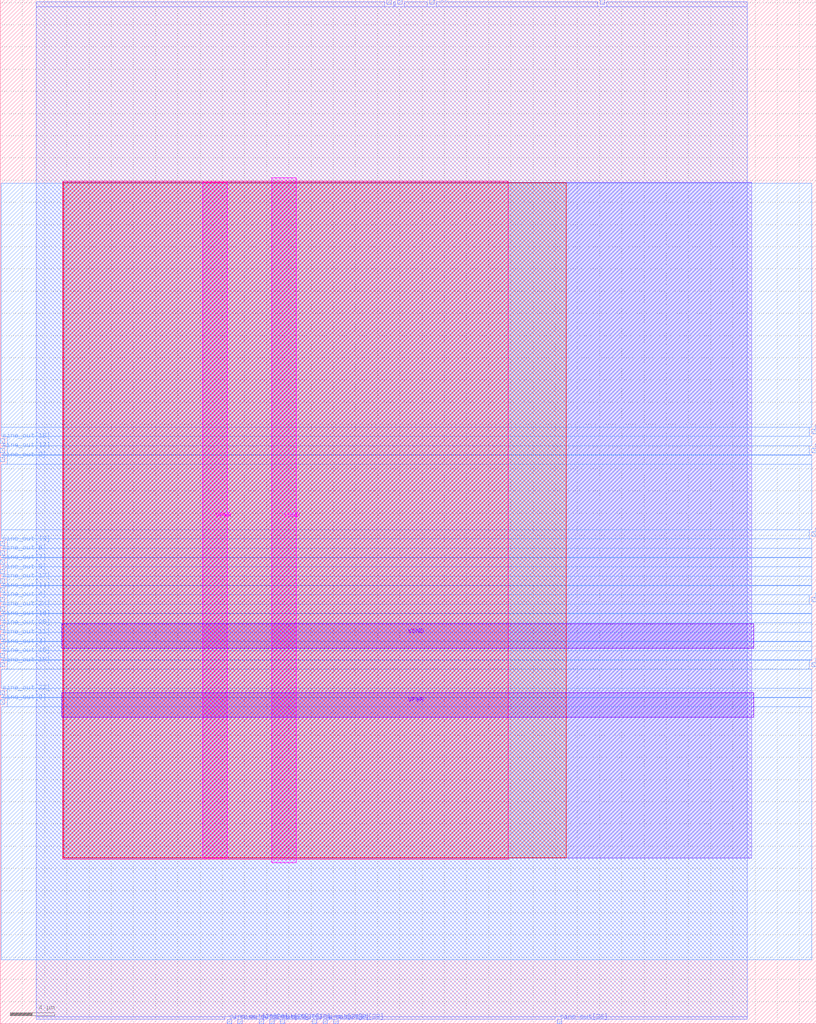
<source format=lef>
VERSION 5.7 ;
  NOWIREEXTENSIONATPIN ON ;
  DIVIDERCHAR "/" ;
  BUSBITCHARS "[]" ;
MACRO DigitalSine
  CLASS BLOCK ;
  FOREIGN DigitalSine ;
  ORIGIN 0.000 0.000 ;
  SIZE 73.510 BY 92.230 ;
  PIN VGND
    DIRECTION INOUT ;
    USE GROUND ;
    PORT
      LAYER TopMetal1 ;
        RECT 24.460 14.490 26.660 76.230 ;
    END
    PORT
      LAYER TopMetal2 ;
        RECT 5.540 33.820 67.900 36.020 ;
    END
  END VGND
  PIN VPWR
    DIRECTION INOUT ;
    USE POWER ;
    PORT
      LAYER TopMetal1 ;
        RECT 18.260 14.900 20.460 75.820 ;
    END
    PORT
      LAYER TopMetal2 ;
        RECT 5.540 27.620 67.900 29.820 ;
    END
  END VPWR
  PIN clk
    DIRECTION INPUT ;
    USE SIGNAL ;
    ANTENNAGATEAREA 0.725400 ;
    PORT
      LAYER Metal3 ;
        RECT 73.110 53.140 73.510 53.540 ;
    END
  END clk
  PIN rst
    DIRECTION INPUT ;
    USE SIGNAL ;
    ANTENNAGATEAREA 0.180700 ;
    PORT
      LAYER Metal2 ;
        RECT 54.040 91.830 54.440 92.230 ;
    END
  END rst
  PIN sign
    DIRECTION OUTPUT ;
    USE SIGNAL ;
    ANTENNADIFFAREA 0.708600 ;
    PORT
      LAYER Metal2 ;
        RECT 38.680 91.830 39.080 92.230 ;
    END
  END sign
  PIN signB
    DIRECTION OUTPUT ;
    USE SIGNAL ;
    ANTENNADIFFAREA 0.708600 ;
    PORT
      LAYER Metal2 ;
        RECT 34.840 91.830 35.240 92.230 ;
    END
  END signB
  PIN sine_out[0]
    DIRECTION OUTPUT ;
    USE SIGNAL ;
    ANTENNADIFFAREA 0.708600 ;
    PORT
      LAYER Metal3 ;
        RECT 73.110 32.140 73.510 32.540 ;
    END
  END sine_out[0]
  PIN sine_out[10]
    DIRECTION OUTPUT ;
    USE SIGNAL ;
    ANTENNADIFFAREA 0.708600 ;
    PORT
      LAYER Metal3 ;
        RECT 0.000 32.140 0.400 32.540 ;
    END
  END sine_out[10]
  PIN sine_out[11]
    DIRECTION OUTPUT ;
    USE SIGNAL ;
    ANTENNADIFFAREA 0.708600 ;
    PORT
      LAYER Metal3 ;
        RECT 0.000 34.660 0.400 35.060 ;
    END
  END sine_out[11]
  PIN sine_out[12]
    DIRECTION OUTPUT ;
    USE SIGNAL ;
    ANTENNADIFFAREA 0.708600 ;
    PORT
      LAYER Metal3 ;
        RECT 0.000 51.460 0.400 51.860 ;
    END
  END sine_out[12]
  PIN sine_out[13]
    DIRECTION OUTPUT ;
    USE SIGNAL ;
    ANTENNADIFFAREA 0.708600 ;
    PORT
      LAYER Metal3 ;
        RECT 0.000 43.060 0.400 43.460 ;
    END
  END sine_out[13]
  PIN sine_out[14]
    DIRECTION OUTPUT ;
    USE SIGNAL ;
    ANTENNADIFFAREA 0.708600 ;
    PORT
      LAYER Metal3 ;
        RECT 0.000 38.860 0.400 39.260 ;
    END
  END sine_out[14]
  PIN sine_out[15]
    DIRECTION OUTPUT ;
    USE SIGNAL ;
    ANTENNADIFFAREA 0.708600 ;
    PORT
      LAYER Metal3 ;
        RECT 0.000 32.980 0.400 33.380 ;
    END
  END sine_out[15]
  PIN sine_out[16]
    DIRECTION OUTPUT ;
    USE SIGNAL ;
    ANTENNADIFFAREA 0.708600 ;
    PORT
      LAYER Metal3 ;
        RECT 0.000 36.340 0.400 36.740 ;
    END
  END sine_out[16]
  PIN sine_out[17]
    DIRECTION OUTPUT ;
    USE SIGNAL ;
    ANTENNADIFFAREA 0.708600 ;
    PORT
      LAYER Metal3 ;
        RECT 0.000 39.700 0.400 40.100 ;
    END
  END sine_out[17]
  PIN sine_out[18]
    DIRECTION OUTPUT ;
    USE SIGNAL ;
    ANTENNADIFFAREA 0.708600 ;
    PORT
      LAYER Metal3 ;
        RECT 0.000 52.300 0.400 52.700 ;
    END
  END sine_out[18]
  PIN sine_out[19]
    DIRECTION OUTPUT ;
    USE SIGNAL ;
    ANTENNADIFFAREA 0.708600 ;
    PORT
      LAYER Metal3 ;
        RECT 73.110 43.900 73.510 44.300 ;
    END
  END sine_out[19]
  PIN sine_out[1]
    DIRECTION OUTPUT ;
    USE SIGNAL ;
    ANTENNADIFFAREA 0.708600 ;
    PORT
      LAYER Metal3 ;
        RECT 73.110 38.020 73.510 38.420 ;
    END
  END sine_out[1]
  PIN sine_out[20]
    DIRECTION OUTPUT ;
    USE SIGNAL ;
    ANTENNADIFFAREA 0.708600 ;
    PORT
      LAYER Metal2 ;
        RECT 21.400 0.000 21.800 0.400 ;
    END
  END sine_out[20]
  PIN sine_out[21]
    DIRECTION OUTPUT ;
    USE SIGNAL ;
    ANTENNADIFFAREA 0.708600 ;
    PORT
      LAYER Metal2 ;
        RECT 20.440 0.000 20.840 0.400 ;
    END
  END sine_out[21]
  PIN sine_out[22]
    DIRECTION OUTPUT ;
    USE SIGNAL ;
    ANTENNADIFFAREA 0.708600 ;
    PORT
      LAYER Metal3 ;
        RECT 0.000 29.620 0.400 30.020 ;
    END
  END sine_out[22]
  PIN sine_out[23]
    DIRECTION OUTPUT ;
    USE SIGNAL ;
    ANTENNADIFFAREA 0.708600 ;
    PORT
      LAYER Metal3 ;
        RECT 73.110 51.460 73.510 51.860 ;
    END
  END sine_out[23]
  PIN sine_out[24]
    DIRECTION OUTPUT ;
    USE SIGNAL ;
    ANTENNADIFFAREA 0.708600 ;
    PORT
      LAYER Metal3 ;
        RECT 0.000 37.180 0.400 37.580 ;
    END
  END sine_out[24]
  PIN sine_out[25]
    DIRECTION OUTPUT ;
    USE SIGNAL ;
    ANTENNADIFFAREA 0.708600 ;
    PORT
      LAYER Metal3 ;
        RECT 0.000 35.500 0.400 35.900 ;
    END
  END sine_out[25]
  PIN sine_out[26]
    DIRECTION OUTPUT ;
    USE SIGNAL ;
    ANTENNADIFFAREA 0.708600 ;
    PORT
      LAYER Metal2 ;
        RECT 50.200 0.000 50.600 0.400 ;
    END
  END sine_out[26]
  PIN sine_out[27]
    DIRECTION OUTPUT ;
    USE SIGNAL ;
    ANTENNADIFFAREA 0.708600 ;
    PORT
      LAYER Metal2 ;
        RECT 35.800 91.830 36.200 92.230 ;
    END
  END sine_out[27]
  PIN sine_out[28]
    DIRECTION OUTPUT ;
    USE SIGNAL ;
    ANTENNADIFFAREA 0.708600 ;
    PORT
      LAYER Metal2 ;
        RECT 30.040 0.000 30.440 0.400 ;
    END
  END sine_out[28]
  PIN sine_out[29]
    DIRECTION OUTPUT ;
    USE SIGNAL ;
    ANTENNADIFFAREA 0.708600 ;
    PORT
      LAYER Metal2 ;
        RECT 23.320 0.000 23.720 0.400 ;
    END
  END sine_out[29]
  PIN sine_out[2]
    DIRECTION OUTPUT ;
    USE SIGNAL ;
    ANTENNADIFFAREA 0.708600 ;
    PORT
      LAYER Metal3 ;
        RECT 0.000 50.620 0.400 51.020 ;
    END
  END sine_out[2]
  PIN sine_out[30]
    DIRECTION OUTPUT ;
    USE SIGNAL ;
    ANTENNADIFFAREA 0.708600 ;
    PORT
      LAYER Metal2 ;
        RECT 24.280 0.000 24.680 0.400 ;
    END
  END sine_out[30]
  PIN sine_out[31]
    DIRECTION OUTPUT ;
    USE SIGNAL ;
    ANTENNADIFFAREA 0.708600 ;
    PORT
      LAYER Metal2 ;
        RECT 28.120 0.000 28.520 0.400 ;
    END
  END sine_out[31]
  PIN sine_out[32]
    DIRECTION OUTPUT ;
    USE SIGNAL ;
    ANTENNADIFFAREA 0.708600 ;
    PORT
      LAYER Metal2 ;
        RECT 25.240 0.000 25.640 0.400 ;
    END
  END sine_out[32]
  PIN sine_out[3]
    DIRECTION OUTPUT ;
    USE SIGNAL ;
    ANTENNADIFFAREA 0.708600 ;
    PORT
      LAYER Metal3 ;
        RECT 0.000 33.820 0.400 34.220 ;
    END
  END sine_out[3]
  PIN sine_out[4]
    DIRECTION OUTPUT ;
    USE SIGNAL ;
    ANTENNADIFFAREA 0.708600 ;
    PORT
      LAYER Metal3 ;
        RECT 0.000 38.020 0.400 38.420 ;
    END
  END sine_out[4]
  PIN sine_out[5]
    DIRECTION OUTPUT ;
    USE SIGNAL ;
    ANTENNADIFFAREA 0.708600 ;
    PORT
      LAYER Metal3 ;
        RECT 0.000 40.540 0.400 40.940 ;
    END
  END sine_out[5]
  PIN sine_out[6]
    DIRECTION OUTPUT ;
    USE SIGNAL ;
    ANTENNADIFFAREA 0.708600 ;
    PORT
      LAYER Metal3 ;
        RECT 0.000 42.220 0.400 42.620 ;
    END
  END sine_out[6]
  PIN sine_out[7]
    DIRECTION OUTPUT ;
    USE SIGNAL ;
    ANTENNADIFFAREA 0.708600 ;
    PORT
      LAYER Metal3 ;
        RECT 0.000 41.380 0.400 41.780 ;
    END
  END sine_out[7]
  PIN sine_out[8]
    DIRECTION OUTPUT ;
    USE SIGNAL ;
    ANTENNADIFFAREA 0.708600 ;
    PORT
      LAYER Metal2 ;
        RECT 29.080 0.000 29.480 0.400 ;
    END
  END sine_out[8]
  PIN sine_out[9]
    DIRECTION OUTPUT ;
    USE SIGNAL ;
    ANTENNADIFFAREA 0.708600 ;
    PORT
      LAYER Metal3 ;
        RECT 0.000 28.780 0.400 29.180 ;
    END
  END sine_out[9]
  OBS
      LAYER GatPoly ;
        RECT 5.760 14.970 67.680 75.750 ;
      LAYER Metal1 ;
        RECT 5.760 14.900 67.680 75.820 ;
      LAYER Metal2 ;
        RECT 3.255 91.620 34.630 92.080 ;
        RECT 35.450 91.620 35.590 92.080 ;
        RECT 36.410 91.620 38.470 92.080 ;
        RECT 39.290 91.620 53.830 92.080 ;
        RECT 54.650 91.620 67.305 92.080 ;
        RECT 3.255 0.610 67.305 91.620 ;
        RECT 3.255 0.400 20.230 0.610 ;
        RECT 21.050 0.400 21.190 0.610 ;
        RECT 22.010 0.400 23.110 0.610 ;
        RECT 23.930 0.400 24.070 0.610 ;
        RECT 24.890 0.400 25.030 0.610 ;
        RECT 25.850 0.400 27.910 0.610 ;
        RECT 28.730 0.400 28.870 0.610 ;
        RECT 29.690 0.400 29.830 0.610 ;
        RECT 30.650 0.400 49.990 0.610 ;
        RECT 50.810 0.400 67.305 0.610 ;
      LAYER Metal3 ;
        RECT 0.100 53.750 73.110 75.700 ;
        RECT 0.100 52.930 72.900 53.750 ;
        RECT 0.100 52.910 73.110 52.930 ;
        RECT 0.610 52.090 73.110 52.910 ;
        RECT 0.100 52.070 73.110 52.090 ;
        RECT 0.610 51.250 72.900 52.070 ;
        RECT 0.100 51.230 73.110 51.250 ;
        RECT 0.610 50.410 73.110 51.230 ;
        RECT 0.100 44.510 73.110 50.410 ;
        RECT 0.100 43.690 72.900 44.510 ;
        RECT 0.100 43.670 73.110 43.690 ;
        RECT 0.610 42.850 73.110 43.670 ;
        RECT 0.100 42.830 73.110 42.850 ;
        RECT 0.610 42.010 73.110 42.830 ;
        RECT 0.100 41.990 73.110 42.010 ;
        RECT 0.610 41.170 73.110 41.990 ;
        RECT 0.100 41.150 73.110 41.170 ;
        RECT 0.610 40.330 73.110 41.150 ;
        RECT 0.100 40.310 73.110 40.330 ;
        RECT 0.610 39.490 73.110 40.310 ;
        RECT 0.100 39.470 73.110 39.490 ;
        RECT 0.610 38.650 73.110 39.470 ;
        RECT 0.100 38.630 73.110 38.650 ;
        RECT 0.610 37.810 72.900 38.630 ;
        RECT 0.100 37.790 73.110 37.810 ;
        RECT 0.610 36.970 73.110 37.790 ;
        RECT 0.100 36.950 73.110 36.970 ;
        RECT 0.610 36.130 73.110 36.950 ;
        RECT 0.100 36.110 73.110 36.130 ;
        RECT 0.610 35.290 73.110 36.110 ;
        RECT 0.100 35.270 73.110 35.290 ;
        RECT 0.610 34.450 73.110 35.270 ;
        RECT 0.100 34.430 73.110 34.450 ;
        RECT 0.610 33.610 73.110 34.430 ;
        RECT 0.100 33.590 73.110 33.610 ;
        RECT 0.610 32.770 73.110 33.590 ;
        RECT 0.100 32.750 73.110 32.770 ;
        RECT 0.610 31.930 72.900 32.750 ;
        RECT 0.100 30.230 73.110 31.930 ;
        RECT 0.610 29.410 73.110 30.230 ;
        RECT 0.100 29.390 73.110 29.410 ;
        RECT 0.610 28.570 73.110 29.390 ;
        RECT 0.100 5.780 73.110 28.570 ;
      LAYER Metal4 ;
        RECT 5.655 14.975 50.980 75.745 ;
      LAYER Metal5 ;
        RECT 5.615 14.810 45.745 75.910 ;
  END
END DigitalSine
END LIBRARY


</source>
